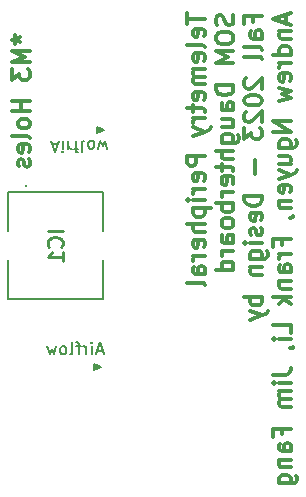
<source format=gbo>
G04 #@! TF.GenerationSoftware,KiCad,Pcbnew,7.0.2*
G04 #@! TF.CreationDate,2023-11-13T13:22:44-06:00*
G04 #@! TF.ProjectId,Telemetry-Peripheral-SOM-Daughterboard-IMU,54656c65-6d65-4747-9279-2d5065726970,rev?*
G04 #@! TF.SameCoordinates,Original*
G04 #@! TF.FileFunction,Legend,Bot*
G04 #@! TF.FilePolarity,Positive*
%FSLAX46Y46*%
G04 Gerber Fmt 4.6, Leading zero omitted, Abs format (unit mm)*
G04 Created by KiCad (PCBNEW 7.0.2) date 2023-11-13 13:22:44*
%MOMM*%
%LPD*%
G01*
G04 APERTURE LIST*
%ADD10C,0.150000*%
%ADD11C,0.300000*%
%ADD12C,0.254000*%
%ADD13C,0.100000*%
%ADD14C,0.200000*%
%ADD15C,1.270000*%
%ADD16C,1.700000*%
%ADD17C,2.000000*%
%ADD18C,3.000000*%
%ADD19R,0.800000X1.800000*%
%ADD20R,0.800000X2.100000*%
%ADD21R,1.550000X2.000000*%
G04 APERTURE END LIST*
D10*
X157125000Y-81250000D02*
X156500000Y-81500000D01*
X156500000Y-81250000D01*
X156500000Y-81000000D01*
X157125000Y-81250000D01*
G36*
X157125000Y-81250000D02*
G01*
X156500000Y-81500000D01*
X156500000Y-81250000D01*
X156500000Y-81000000D01*
X157125000Y-81250000D01*
G37*
X156875000Y-101250000D02*
X156250000Y-101500000D01*
X156250000Y-101250000D01*
X156250000Y-101000000D01*
X156875000Y-101250000D01*
G36*
X156875000Y-101250000D02*
G01*
X156250000Y-101500000D01*
X156250000Y-101250000D01*
X156250000Y-101000000D01*
X156875000Y-101250000D01*
G37*
D11*
X149316428Y-73571428D02*
X149673571Y-73571428D01*
X149530714Y-73214285D02*
X149673571Y-73571428D01*
X149673571Y-73571428D02*
X149530714Y-73928571D01*
X149959285Y-73357142D02*
X149673571Y-73571428D01*
X149673571Y-73571428D02*
X149959285Y-73785714D01*
X150816428Y-74499999D02*
X149316428Y-74499999D01*
X149316428Y-74499999D02*
X150387857Y-74999999D01*
X150387857Y-74999999D02*
X149316428Y-75499999D01*
X149316428Y-75499999D02*
X150816428Y-75499999D01*
X149316428Y-76071428D02*
X149316428Y-77000000D01*
X149316428Y-77000000D02*
X149887857Y-76500000D01*
X149887857Y-76500000D02*
X149887857Y-76714285D01*
X149887857Y-76714285D02*
X149959285Y-76857143D01*
X149959285Y-76857143D02*
X150030714Y-76928571D01*
X150030714Y-76928571D02*
X150173571Y-77000000D01*
X150173571Y-77000000D02*
X150530714Y-77000000D01*
X150530714Y-77000000D02*
X150673571Y-76928571D01*
X150673571Y-76928571D02*
X150745000Y-76857143D01*
X150745000Y-76857143D02*
X150816428Y-76714285D01*
X150816428Y-76714285D02*
X150816428Y-76285714D01*
X150816428Y-76285714D02*
X150745000Y-76142857D01*
X150745000Y-76142857D02*
X150673571Y-76071428D01*
X150816428Y-78785713D02*
X149316428Y-78785713D01*
X150030714Y-78785713D02*
X150030714Y-79642856D01*
X150816428Y-79642856D02*
X149316428Y-79642856D01*
X150816428Y-80571428D02*
X150745000Y-80428571D01*
X150745000Y-80428571D02*
X150673571Y-80357142D01*
X150673571Y-80357142D02*
X150530714Y-80285714D01*
X150530714Y-80285714D02*
X150102142Y-80285714D01*
X150102142Y-80285714D02*
X149959285Y-80357142D01*
X149959285Y-80357142D02*
X149887857Y-80428571D01*
X149887857Y-80428571D02*
X149816428Y-80571428D01*
X149816428Y-80571428D02*
X149816428Y-80785714D01*
X149816428Y-80785714D02*
X149887857Y-80928571D01*
X149887857Y-80928571D02*
X149959285Y-81000000D01*
X149959285Y-81000000D02*
X150102142Y-81071428D01*
X150102142Y-81071428D02*
X150530714Y-81071428D01*
X150530714Y-81071428D02*
X150673571Y-81000000D01*
X150673571Y-81000000D02*
X150745000Y-80928571D01*
X150745000Y-80928571D02*
X150816428Y-80785714D01*
X150816428Y-80785714D02*
X150816428Y-80571428D01*
X150816428Y-81928571D02*
X150745000Y-81785714D01*
X150745000Y-81785714D02*
X150602142Y-81714285D01*
X150602142Y-81714285D02*
X149316428Y-81714285D01*
X150745000Y-83071428D02*
X150816428Y-82928571D01*
X150816428Y-82928571D02*
X150816428Y-82642857D01*
X150816428Y-82642857D02*
X150745000Y-82499999D01*
X150745000Y-82499999D02*
X150602142Y-82428571D01*
X150602142Y-82428571D02*
X150030714Y-82428571D01*
X150030714Y-82428571D02*
X149887857Y-82499999D01*
X149887857Y-82499999D02*
X149816428Y-82642857D01*
X149816428Y-82642857D02*
X149816428Y-82928571D01*
X149816428Y-82928571D02*
X149887857Y-83071428D01*
X149887857Y-83071428D02*
X150030714Y-83142857D01*
X150030714Y-83142857D02*
X150173571Y-83142857D01*
X150173571Y-83142857D02*
X150316428Y-82428571D01*
X150745000Y-83714285D02*
X150816428Y-83857142D01*
X150816428Y-83857142D02*
X150816428Y-84142856D01*
X150816428Y-84142856D02*
X150745000Y-84285713D01*
X150745000Y-84285713D02*
X150602142Y-84357142D01*
X150602142Y-84357142D02*
X150530714Y-84357142D01*
X150530714Y-84357142D02*
X150387857Y-84285713D01*
X150387857Y-84285713D02*
X150316428Y-84142856D01*
X150316428Y-84142856D02*
X150316428Y-83928571D01*
X150316428Y-83928571D02*
X150245000Y-83785713D01*
X150245000Y-83785713D02*
X150102142Y-83714285D01*
X150102142Y-83714285D02*
X150030714Y-83714285D01*
X150030714Y-83714285D02*
X149887857Y-83785713D01*
X149887857Y-83785713D02*
X149816428Y-83928571D01*
X149816428Y-83928571D02*
X149816428Y-84142856D01*
X149816428Y-84142856D02*
X149887857Y-84285713D01*
D10*
X156959523Y-99911904D02*
X156483333Y-99911904D01*
X157054761Y-100197619D02*
X156721428Y-99197619D01*
X156721428Y-99197619D02*
X156388095Y-100197619D01*
X156054761Y-100197619D02*
X156054761Y-99530952D01*
X156054761Y-99197619D02*
X156102380Y-99245238D01*
X156102380Y-99245238D02*
X156054761Y-99292857D01*
X156054761Y-99292857D02*
X156007142Y-99245238D01*
X156007142Y-99245238D02*
X156054761Y-99197619D01*
X156054761Y-99197619D02*
X156054761Y-99292857D01*
X155578571Y-100197619D02*
X155578571Y-99530952D01*
X155578571Y-99721428D02*
X155530952Y-99626190D01*
X155530952Y-99626190D02*
X155483333Y-99578571D01*
X155483333Y-99578571D02*
X155388095Y-99530952D01*
X155388095Y-99530952D02*
X155292857Y-99530952D01*
X155102380Y-99530952D02*
X154721428Y-99530952D01*
X154959523Y-100197619D02*
X154959523Y-99340476D01*
X154959523Y-99340476D02*
X154911904Y-99245238D01*
X154911904Y-99245238D02*
X154816666Y-99197619D01*
X154816666Y-99197619D02*
X154721428Y-99197619D01*
X154245237Y-100197619D02*
X154340475Y-100150000D01*
X154340475Y-100150000D02*
X154388094Y-100054761D01*
X154388094Y-100054761D02*
X154388094Y-99197619D01*
X153721427Y-100197619D02*
X153816665Y-100150000D01*
X153816665Y-100150000D02*
X153864284Y-100102380D01*
X153864284Y-100102380D02*
X153911903Y-100007142D01*
X153911903Y-100007142D02*
X153911903Y-99721428D01*
X153911903Y-99721428D02*
X153864284Y-99626190D01*
X153864284Y-99626190D02*
X153816665Y-99578571D01*
X153816665Y-99578571D02*
X153721427Y-99530952D01*
X153721427Y-99530952D02*
X153578570Y-99530952D01*
X153578570Y-99530952D02*
X153483332Y-99578571D01*
X153483332Y-99578571D02*
X153435713Y-99626190D01*
X153435713Y-99626190D02*
X153388094Y-99721428D01*
X153388094Y-99721428D02*
X153388094Y-100007142D01*
X153388094Y-100007142D02*
X153435713Y-100102380D01*
X153435713Y-100102380D02*
X153483332Y-100150000D01*
X153483332Y-100150000D02*
X153578570Y-100197619D01*
X153578570Y-100197619D02*
X153721427Y-100197619D01*
X153054760Y-99530952D02*
X152864284Y-100197619D01*
X152864284Y-100197619D02*
X152673808Y-99721428D01*
X152673808Y-99721428D02*
X152483332Y-100197619D01*
X152483332Y-100197619D02*
X152292856Y-99530952D01*
D11*
X164116428Y-71352857D02*
X164116428Y-72210000D01*
X165616428Y-71781428D02*
X164116428Y-71781428D01*
X165545000Y-73281428D02*
X165616428Y-73138571D01*
X165616428Y-73138571D02*
X165616428Y-72852857D01*
X165616428Y-72852857D02*
X165545000Y-72709999D01*
X165545000Y-72709999D02*
X165402142Y-72638571D01*
X165402142Y-72638571D02*
X164830714Y-72638571D01*
X164830714Y-72638571D02*
X164687857Y-72709999D01*
X164687857Y-72709999D02*
X164616428Y-72852857D01*
X164616428Y-72852857D02*
X164616428Y-73138571D01*
X164616428Y-73138571D02*
X164687857Y-73281428D01*
X164687857Y-73281428D02*
X164830714Y-73352857D01*
X164830714Y-73352857D02*
X164973571Y-73352857D01*
X164973571Y-73352857D02*
X165116428Y-72638571D01*
X165616428Y-74209999D02*
X165545000Y-74067142D01*
X165545000Y-74067142D02*
X165402142Y-73995713D01*
X165402142Y-73995713D02*
X164116428Y-73995713D01*
X165545000Y-75352856D02*
X165616428Y-75209999D01*
X165616428Y-75209999D02*
X165616428Y-74924285D01*
X165616428Y-74924285D02*
X165545000Y-74781427D01*
X165545000Y-74781427D02*
X165402142Y-74709999D01*
X165402142Y-74709999D02*
X164830714Y-74709999D01*
X164830714Y-74709999D02*
X164687857Y-74781427D01*
X164687857Y-74781427D02*
X164616428Y-74924285D01*
X164616428Y-74924285D02*
X164616428Y-75209999D01*
X164616428Y-75209999D02*
X164687857Y-75352856D01*
X164687857Y-75352856D02*
X164830714Y-75424285D01*
X164830714Y-75424285D02*
X164973571Y-75424285D01*
X164973571Y-75424285D02*
X165116428Y-74709999D01*
X165616428Y-76067141D02*
X164616428Y-76067141D01*
X164759285Y-76067141D02*
X164687857Y-76138570D01*
X164687857Y-76138570D02*
X164616428Y-76281427D01*
X164616428Y-76281427D02*
X164616428Y-76495713D01*
X164616428Y-76495713D02*
X164687857Y-76638570D01*
X164687857Y-76638570D02*
X164830714Y-76709999D01*
X164830714Y-76709999D02*
X165616428Y-76709999D01*
X164830714Y-76709999D02*
X164687857Y-76781427D01*
X164687857Y-76781427D02*
X164616428Y-76924284D01*
X164616428Y-76924284D02*
X164616428Y-77138570D01*
X164616428Y-77138570D02*
X164687857Y-77281427D01*
X164687857Y-77281427D02*
X164830714Y-77352856D01*
X164830714Y-77352856D02*
X165616428Y-77352856D01*
X165545000Y-78638570D02*
X165616428Y-78495713D01*
X165616428Y-78495713D02*
X165616428Y-78209999D01*
X165616428Y-78209999D02*
X165545000Y-78067141D01*
X165545000Y-78067141D02*
X165402142Y-77995713D01*
X165402142Y-77995713D02*
X164830714Y-77995713D01*
X164830714Y-77995713D02*
X164687857Y-78067141D01*
X164687857Y-78067141D02*
X164616428Y-78209999D01*
X164616428Y-78209999D02*
X164616428Y-78495713D01*
X164616428Y-78495713D02*
X164687857Y-78638570D01*
X164687857Y-78638570D02*
X164830714Y-78709999D01*
X164830714Y-78709999D02*
X164973571Y-78709999D01*
X164973571Y-78709999D02*
X165116428Y-77995713D01*
X164616428Y-79138570D02*
X164616428Y-79709998D01*
X164116428Y-79352855D02*
X165402142Y-79352855D01*
X165402142Y-79352855D02*
X165545000Y-79424284D01*
X165545000Y-79424284D02*
X165616428Y-79567141D01*
X165616428Y-79567141D02*
X165616428Y-79709998D01*
X165616428Y-80209998D02*
X164616428Y-80209998D01*
X164902142Y-80209998D02*
X164759285Y-80281427D01*
X164759285Y-80281427D02*
X164687857Y-80352856D01*
X164687857Y-80352856D02*
X164616428Y-80495713D01*
X164616428Y-80495713D02*
X164616428Y-80638570D01*
X164616428Y-80995712D02*
X165616428Y-81352855D01*
X164616428Y-81709998D02*
X165616428Y-81352855D01*
X165616428Y-81352855D02*
X165973571Y-81209998D01*
X165973571Y-81209998D02*
X166045000Y-81138569D01*
X166045000Y-81138569D02*
X166116428Y-80995712D01*
X165616428Y-83424283D02*
X164116428Y-83424283D01*
X164116428Y-83424283D02*
X164116428Y-83995712D01*
X164116428Y-83995712D02*
X164187857Y-84138569D01*
X164187857Y-84138569D02*
X164259285Y-84209998D01*
X164259285Y-84209998D02*
X164402142Y-84281426D01*
X164402142Y-84281426D02*
X164616428Y-84281426D01*
X164616428Y-84281426D02*
X164759285Y-84209998D01*
X164759285Y-84209998D02*
X164830714Y-84138569D01*
X164830714Y-84138569D02*
X164902142Y-83995712D01*
X164902142Y-83995712D02*
X164902142Y-83424283D01*
X165545000Y-85495712D02*
X165616428Y-85352855D01*
X165616428Y-85352855D02*
X165616428Y-85067141D01*
X165616428Y-85067141D02*
X165545000Y-84924283D01*
X165545000Y-84924283D02*
X165402142Y-84852855D01*
X165402142Y-84852855D02*
X164830714Y-84852855D01*
X164830714Y-84852855D02*
X164687857Y-84924283D01*
X164687857Y-84924283D02*
X164616428Y-85067141D01*
X164616428Y-85067141D02*
X164616428Y-85352855D01*
X164616428Y-85352855D02*
X164687857Y-85495712D01*
X164687857Y-85495712D02*
X164830714Y-85567141D01*
X164830714Y-85567141D02*
X164973571Y-85567141D01*
X164973571Y-85567141D02*
X165116428Y-84852855D01*
X165616428Y-86209997D02*
X164616428Y-86209997D01*
X164902142Y-86209997D02*
X164759285Y-86281426D01*
X164759285Y-86281426D02*
X164687857Y-86352855D01*
X164687857Y-86352855D02*
X164616428Y-86495712D01*
X164616428Y-86495712D02*
X164616428Y-86638569D01*
X165616428Y-87138568D02*
X164616428Y-87138568D01*
X164116428Y-87138568D02*
X164187857Y-87067140D01*
X164187857Y-87067140D02*
X164259285Y-87138568D01*
X164259285Y-87138568D02*
X164187857Y-87209997D01*
X164187857Y-87209997D02*
X164116428Y-87138568D01*
X164116428Y-87138568D02*
X164259285Y-87138568D01*
X164616428Y-87852854D02*
X166116428Y-87852854D01*
X164687857Y-87852854D02*
X164616428Y-87995712D01*
X164616428Y-87995712D02*
X164616428Y-88281426D01*
X164616428Y-88281426D02*
X164687857Y-88424283D01*
X164687857Y-88424283D02*
X164759285Y-88495712D01*
X164759285Y-88495712D02*
X164902142Y-88567140D01*
X164902142Y-88567140D02*
X165330714Y-88567140D01*
X165330714Y-88567140D02*
X165473571Y-88495712D01*
X165473571Y-88495712D02*
X165545000Y-88424283D01*
X165545000Y-88424283D02*
X165616428Y-88281426D01*
X165616428Y-88281426D02*
X165616428Y-87995712D01*
X165616428Y-87995712D02*
X165545000Y-87852854D01*
X165616428Y-89209997D02*
X164116428Y-89209997D01*
X165616428Y-89852855D02*
X164830714Y-89852855D01*
X164830714Y-89852855D02*
X164687857Y-89781426D01*
X164687857Y-89781426D02*
X164616428Y-89638569D01*
X164616428Y-89638569D02*
X164616428Y-89424283D01*
X164616428Y-89424283D02*
X164687857Y-89281426D01*
X164687857Y-89281426D02*
X164759285Y-89209997D01*
X165545000Y-91138569D02*
X165616428Y-90995712D01*
X165616428Y-90995712D02*
X165616428Y-90709998D01*
X165616428Y-90709998D02*
X165545000Y-90567140D01*
X165545000Y-90567140D02*
X165402142Y-90495712D01*
X165402142Y-90495712D02*
X164830714Y-90495712D01*
X164830714Y-90495712D02*
X164687857Y-90567140D01*
X164687857Y-90567140D02*
X164616428Y-90709998D01*
X164616428Y-90709998D02*
X164616428Y-90995712D01*
X164616428Y-90995712D02*
X164687857Y-91138569D01*
X164687857Y-91138569D02*
X164830714Y-91209998D01*
X164830714Y-91209998D02*
X164973571Y-91209998D01*
X164973571Y-91209998D02*
X165116428Y-90495712D01*
X165616428Y-91852854D02*
X164616428Y-91852854D01*
X164902142Y-91852854D02*
X164759285Y-91924283D01*
X164759285Y-91924283D02*
X164687857Y-91995712D01*
X164687857Y-91995712D02*
X164616428Y-92138569D01*
X164616428Y-92138569D02*
X164616428Y-92281426D01*
X165616428Y-93424283D02*
X164830714Y-93424283D01*
X164830714Y-93424283D02*
X164687857Y-93352854D01*
X164687857Y-93352854D02*
X164616428Y-93209997D01*
X164616428Y-93209997D02*
X164616428Y-92924283D01*
X164616428Y-92924283D02*
X164687857Y-92781425D01*
X165545000Y-93424283D02*
X165616428Y-93281425D01*
X165616428Y-93281425D02*
X165616428Y-92924283D01*
X165616428Y-92924283D02*
X165545000Y-92781425D01*
X165545000Y-92781425D02*
X165402142Y-92709997D01*
X165402142Y-92709997D02*
X165259285Y-92709997D01*
X165259285Y-92709997D02*
X165116428Y-92781425D01*
X165116428Y-92781425D02*
X165045000Y-92924283D01*
X165045000Y-92924283D02*
X165045000Y-93281425D01*
X165045000Y-93281425D02*
X164973571Y-93424283D01*
X165616428Y-94352854D02*
X165545000Y-94209997D01*
X165545000Y-94209997D02*
X165402142Y-94138568D01*
X165402142Y-94138568D02*
X164116428Y-94138568D01*
X167975000Y-71495714D02*
X168046428Y-71710000D01*
X168046428Y-71710000D02*
X168046428Y-72067142D01*
X168046428Y-72067142D02*
X167975000Y-72210000D01*
X167975000Y-72210000D02*
X167903571Y-72281428D01*
X167903571Y-72281428D02*
X167760714Y-72352857D01*
X167760714Y-72352857D02*
X167617857Y-72352857D01*
X167617857Y-72352857D02*
X167475000Y-72281428D01*
X167475000Y-72281428D02*
X167403571Y-72210000D01*
X167403571Y-72210000D02*
X167332142Y-72067142D01*
X167332142Y-72067142D02*
X167260714Y-71781428D01*
X167260714Y-71781428D02*
X167189285Y-71638571D01*
X167189285Y-71638571D02*
X167117857Y-71567142D01*
X167117857Y-71567142D02*
X166975000Y-71495714D01*
X166975000Y-71495714D02*
X166832142Y-71495714D01*
X166832142Y-71495714D02*
X166689285Y-71567142D01*
X166689285Y-71567142D02*
X166617857Y-71638571D01*
X166617857Y-71638571D02*
X166546428Y-71781428D01*
X166546428Y-71781428D02*
X166546428Y-72138571D01*
X166546428Y-72138571D02*
X166617857Y-72352857D01*
X166546428Y-73281428D02*
X166546428Y-73567142D01*
X166546428Y-73567142D02*
X166617857Y-73709999D01*
X166617857Y-73709999D02*
X166760714Y-73852856D01*
X166760714Y-73852856D02*
X167046428Y-73924285D01*
X167046428Y-73924285D02*
X167546428Y-73924285D01*
X167546428Y-73924285D02*
X167832142Y-73852856D01*
X167832142Y-73852856D02*
X167975000Y-73709999D01*
X167975000Y-73709999D02*
X168046428Y-73567142D01*
X168046428Y-73567142D02*
X168046428Y-73281428D01*
X168046428Y-73281428D02*
X167975000Y-73138571D01*
X167975000Y-73138571D02*
X167832142Y-72995713D01*
X167832142Y-72995713D02*
X167546428Y-72924285D01*
X167546428Y-72924285D02*
X167046428Y-72924285D01*
X167046428Y-72924285D02*
X166760714Y-72995713D01*
X166760714Y-72995713D02*
X166617857Y-73138571D01*
X166617857Y-73138571D02*
X166546428Y-73281428D01*
X168046428Y-74567142D02*
X166546428Y-74567142D01*
X166546428Y-74567142D02*
X167617857Y-75067142D01*
X167617857Y-75067142D02*
X166546428Y-75567142D01*
X166546428Y-75567142D02*
X168046428Y-75567142D01*
X168046428Y-77424285D02*
X166546428Y-77424285D01*
X166546428Y-77424285D02*
X166546428Y-77781428D01*
X166546428Y-77781428D02*
X166617857Y-77995714D01*
X166617857Y-77995714D02*
X166760714Y-78138571D01*
X166760714Y-78138571D02*
X166903571Y-78210000D01*
X166903571Y-78210000D02*
X167189285Y-78281428D01*
X167189285Y-78281428D02*
X167403571Y-78281428D01*
X167403571Y-78281428D02*
X167689285Y-78210000D01*
X167689285Y-78210000D02*
X167832142Y-78138571D01*
X167832142Y-78138571D02*
X167975000Y-77995714D01*
X167975000Y-77995714D02*
X168046428Y-77781428D01*
X168046428Y-77781428D02*
X168046428Y-77424285D01*
X168046428Y-79567143D02*
X167260714Y-79567143D01*
X167260714Y-79567143D02*
X167117857Y-79495714D01*
X167117857Y-79495714D02*
X167046428Y-79352857D01*
X167046428Y-79352857D02*
X167046428Y-79067143D01*
X167046428Y-79067143D02*
X167117857Y-78924285D01*
X167975000Y-79567143D02*
X168046428Y-79424285D01*
X168046428Y-79424285D02*
X168046428Y-79067143D01*
X168046428Y-79067143D02*
X167975000Y-78924285D01*
X167975000Y-78924285D02*
X167832142Y-78852857D01*
X167832142Y-78852857D02*
X167689285Y-78852857D01*
X167689285Y-78852857D02*
X167546428Y-78924285D01*
X167546428Y-78924285D02*
X167475000Y-79067143D01*
X167475000Y-79067143D02*
X167475000Y-79424285D01*
X167475000Y-79424285D02*
X167403571Y-79567143D01*
X167046428Y-80924286D02*
X168046428Y-80924286D01*
X167046428Y-80281428D02*
X167832142Y-80281428D01*
X167832142Y-80281428D02*
X167975000Y-80352857D01*
X167975000Y-80352857D02*
X168046428Y-80495714D01*
X168046428Y-80495714D02*
X168046428Y-80710000D01*
X168046428Y-80710000D02*
X167975000Y-80852857D01*
X167975000Y-80852857D02*
X167903571Y-80924286D01*
X167046428Y-82281429D02*
X168260714Y-82281429D01*
X168260714Y-82281429D02*
X168403571Y-82210000D01*
X168403571Y-82210000D02*
X168475000Y-82138571D01*
X168475000Y-82138571D02*
X168546428Y-81995714D01*
X168546428Y-81995714D02*
X168546428Y-81781429D01*
X168546428Y-81781429D02*
X168475000Y-81638571D01*
X167975000Y-82281429D02*
X168046428Y-82138571D01*
X168046428Y-82138571D02*
X168046428Y-81852857D01*
X168046428Y-81852857D02*
X167975000Y-81710000D01*
X167975000Y-81710000D02*
X167903571Y-81638571D01*
X167903571Y-81638571D02*
X167760714Y-81567143D01*
X167760714Y-81567143D02*
X167332142Y-81567143D01*
X167332142Y-81567143D02*
X167189285Y-81638571D01*
X167189285Y-81638571D02*
X167117857Y-81710000D01*
X167117857Y-81710000D02*
X167046428Y-81852857D01*
X167046428Y-81852857D02*
X167046428Y-82138571D01*
X167046428Y-82138571D02*
X167117857Y-82281429D01*
X168046428Y-82995714D02*
X166546428Y-82995714D01*
X168046428Y-83638572D02*
X167260714Y-83638572D01*
X167260714Y-83638572D02*
X167117857Y-83567143D01*
X167117857Y-83567143D02*
X167046428Y-83424286D01*
X167046428Y-83424286D02*
X167046428Y-83210000D01*
X167046428Y-83210000D02*
X167117857Y-83067143D01*
X167117857Y-83067143D02*
X167189285Y-82995714D01*
X167046428Y-84138572D02*
X167046428Y-84710000D01*
X166546428Y-84352857D02*
X167832142Y-84352857D01*
X167832142Y-84352857D02*
X167975000Y-84424286D01*
X167975000Y-84424286D02*
X168046428Y-84567143D01*
X168046428Y-84567143D02*
X168046428Y-84710000D01*
X167975000Y-85781429D02*
X168046428Y-85638572D01*
X168046428Y-85638572D02*
X168046428Y-85352858D01*
X168046428Y-85352858D02*
X167975000Y-85210000D01*
X167975000Y-85210000D02*
X167832142Y-85138572D01*
X167832142Y-85138572D02*
X167260714Y-85138572D01*
X167260714Y-85138572D02*
X167117857Y-85210000D01*
X167117857Y-85210000D02*
X167046428Y-85352858D01*
X167046428Y-85352858D02*
X167046428Y-85638572D01*
X167046428Y-85638572D02*
X167117857Y-85781429D01*
X167117857Y-85781429D02*
X167260714Y-85852858D01*
X167260714Y-85852858D02*
X167403571Y-85852858D01*
X167403571Y-85852858D02*
X167546428Y-85138572D01*
X168046428Y-86495714D02*
X167046428Y-86495714D01*
X167332142Y-86495714D02*
X167189285Y-86567143D01*
X167189285Y-86567143D02*
X167117857Y-86638572D01*
X167117857Y-86638572D02*
X167046428Y-86781429D01*
X167046428Y-86781429D02*
X167046428Y-86924286D01*
X168046428Y-87424285D02*
X166546428Y-87424285D01*
X167117857Y-87424285D02*
X167046428Y-87567143D01*
X167046428Y-87567143D02*
X167046428Y-87852857D01*
X167046428Y-87852857D02*
X167117857Y-87995714D01*
X167117857Y-87995714D02*
X167189285Y-88067143D01*
X167189285Y-88067143D02*
X167332142Y-88138571D01*
X167332142Y-88138571D02*
X167760714Y-88138571D01*
X167760714Y-88138571D02*
X167903571Y-88067143D01*
X167903571Y-88067143D02*
X167975000Y-87995714D01*
X167975000Y-87995714D02*
X168046428Y-87852857D01*
X168046428Y-87852857D02*
X168046428Y-87567143D01*
X168046428Y-87567143D02*
X167975000Y-87424285D01*
X168046428Y-88995714D02*
X167975000Y-88852857D01*
X167975000Y-88852857D02*
X167903571Y-88781428D01*
X167903571Y-88781428D02*
X167760714Y-88710000D01*
X167760714Y-88710000D02*
X167332142Y-88710000D01*
X167332142Y-88710000D02*
X167189285Y-88781428D01*
X167189285Y-88781428D02*
X167117857Y-88852857D01*
X167117857Y-88852857D02*
X167046428Y-88995714D01*
X167046428Y-88995714D02*
X167046428Y-89210000D01*
X167046428Y-89210000D02*
X167117857Y-89352857D01*
X167117857Y-89352857D02*
X167189285Y-89424286D01*
X167189285Y-89424286D02*
X167332142Y-89495714D01*
X167332142Y-89495714D02*
X167760714Y-89495714D01*
X167760714Y-89495714D02*
X167903571Y-89424286D01*
X167903571Y-89424286D02*
X167975000Y-89352857D01*
X167975000Y-89352857D02*
X168046428Y-89210000D01*
X168046428Y-89210000D02*
X168046428Y-88995714D01*
X168046428Y-90781429D02*
X167260714Y-90781429D01*
X167260714Y-90781429D02*
X167117857Y-90710000D01*
X167117857Y-90710000D02*
X167046428Y-90567143D01*
X167046428Y-90567143D02*
X167046428Y-90281429D01*
X167046428Y-90281429D02*
X167117857Y-90138571D01*
X167975000Y-90781429D02*
X168046428Y-90638571D01*
X168046428Y-90638571D02*
X168046428Y-90281429D01*
X168046428Y-90281429D02*
X167975000Y-90138571D01*
X167975000Y-90138571D02*
X167832142Y-90067143D01*
X167832142Y-90067143D02*
X167689285Y-90067143D01*
X167689285Y-90067143D02*
X167546428Y-90138571D01*
X167546428Y-90138571D02*
X167475000Y-90281429D01*
X167475000Y-90281429D02*
X167475000Y-90638571D01*
X167475000Y-90638571D02*
X167403571Y-90781429D01*
X168046428Y-91495714D02*
X167046428Y-91495714D01*
X167332142Y-91495714D02*
X167189285Y-91567143D01*
X167189285Y-91567143D02*
X167117857Y-91638572D01*
X167117857Y-91638572D02*
X167046428Y-91781429D01*
X167046428Y-91781429D02*
X167046428Y-91924286D01*
X168046428Y-93067143D02*
X166546428Y-93067143D01*
X167975000Y-93067143D02*
X168046428Y-92924285D01*
X168046428Y-92924285D02*
X168046428Y-92638571D01*
X168046428Y-92638571D02*
X167975000Y-92495714D01*
X167975000Y-92495714D02*
X167903571Y-92424285D01*
X167903571Y-92424285D02*
X167760714Y-92352857D01*
X167760714Y-92352857D02*
X167332142Y-92352857D01*
X167332142Y-92352857D02*
X167189285Y-92424285D01*
X167189285Y-92424285D02*
X167117857Y-92495714D01*
X167117857Y-92495714D02*
X167046428Y-92638571D01*
X167046428Y-92638571D02*
X167046428Y-92924285D01*
X167046428Y-92924285D02*
X167117857Y-93067143D01*
X169690714Y-72067142D02*
X169690714Y-71567142D01*
X170476428Y-71567142D02*
X168976428Y-71567142D01*
X168976428Y-71567142D02*
X168976428Y-72281428D01*
X170476428Y-73495714D02*
X169690714Y-73495714D01*
X169690714Y-73495714D02*
X169547857Y-73424285D01*
X169547857Y-73424285D02*
X169476428Y-73281428D01*
X169476428Y-73281428D02*
X169476428Y-72995714D01*
X169476428Y-72995714D02*
X169547857Y-72852856D01*
X170405000Y-73495714D02*
X170476428Y-73352856D01*
X170476428Y-73352856D02*
X170476428Y-72995714D01*
X170476428Y-72995714D02*
X170405000Y-72852856D01*
X170405000Y-72852856D02*
X170262142Y-72781428D01*
X170262142Y-72781428D02*
X170119285Y-72781428D01*
X170119285Y-72781428D02*
X169976428Y-72852856D01*
X169976428Y-72852856D02*
X169905000Y-72995714D01*
X169905000Y-72995714D02*
X169905000Y-73352856D01*
X169905000Y-73352856D02*
X169833571Y-73495714D01*
X170476428Y-74424285D02*
X170405000Y-74281428D01*
X170405000Y-74281428D02*
X170262142Y-74209999D01*
X170262142Y-74209999D02*
X168976428Y-74209999D01*
X170476428Y-75209999D02*
X170405000Y-75067142D01*
X170405000Y-75067142D02*
X170262142Y-74995713D01*
X170262142Y-74995713D02*
X168976428Y-74995713D01*
X169119285Y-76852856D02*
X169047857Y-76924284D01*
X169047857Y-76924284D02*
X168976428Y-77067142D01*
X168976428Y-77067142D02*
X168976428Y-77424284D01*
X168976428Y-77424284D02*
X169047857Y-77567142D01*
X169047857Y-77567142D02*
X169119285Y-77638570D01*
X169119285Y-77638570D02*
X169262142Y-77709999D01*
X169262142Y-77709999D02*
X169405000Y-77709999D01*
X169405000Y-77709999D02*
X169619285Y-77638570D01*
X169619285Y-77638570D02*
X170476428Y-76781427D01*
X170476428Y-76781427D02*
X170476428Y-77709999D01*
X168976428Y-78638570D02*
X168976428Y-78781427D01*
X168976428Y-78781427D02*
X169047857Y-78924284D01*
X169047857Y-78924284D02*
X169119285Y-78995713D01*
X169119285Y-78995713D02*
X169262142Y-79067141D01*
X169262142Y-79067141D02*
X169547857Y-79138570D01*
X169547857Y-79138570D02*
X169905000Y-79138570D01*
X169905000Y-79138570D02*
X170190714Y-79067141D01*
X170190714Y-79067141D02*
X170333571Y-78995713D01*
X170333571Y-78995713D02*
X170405000Y-78924284D01*
X170405000Y-78924284D02*
X170476428Y-78781427D01*
X170476428Y-78781427D02*
X170476428Y-78638570D01*
X170476428Y-78638570D02*
X170405000Y-78495713D01*
X170405000Y-78495713D02*
X170333571Y-78424284D01*
X170333571Y-78424284D02*
X170190714Y-78352855D01*
X170190714Y-78352855D02*
X169905000Y-78281427D01*
X169905000Y-78281427D02*
X169547857Y-78281427D01*
X169547857Y-78281427D02*
X169262142Y-78352855D01*
X169262142Y-78352855D02*
X169119285Y-78424284D01*
X169119285Y-78424284D02*
X169047857Y-78495713D01*
X169047857Y-78495713D02*
X168976428Y-78638570D01*
X169119285Y-79709998D02*
X169047857Y-79781426D01*
X169047857Y-79781426D02*
X168976428Y-79924284D01*
X168976428Y-79924284D02*
X168976428Y-80281426D01*
X168976428Y-80281426D02*
X169047857Y-80424284D01*
X169047857Y-80424284D02*
X169119285Y-80495712D01*
X169119285Y-80495712D02*
X169262142Y-80567141D01*
X169262142Y-80567141D02*
X169405000Y-80567141D01*
X169405000Y-80567141D02*
X169619285Y-80495712D01*
X169619285Y-80495712D02*
X170476428Y-79638569D01*
X170476428Y-79638569D02*
X170476428Y-80567141D01*
X168976428Y-81067140D02*
X168976428Y-81995712D01*
X168976428Y-81995712D02*
X169547857Y-81495712D01*
X169547857Y-81495712D02*
X169547857Y-81709997D01*
X169547857Y-81709997D02*
X169619285Y-81852855D01*
X169619285Y-81852855D02*
X169690714Y-81924283D01*
X169690714Y-81924283D02*
X169833571Y-81995712D01*
X169833571Y-81995712D02*
X170190714Y-81995712D01*
X170190714Y-81995712D02*
X170333571Y-81924283D01*
X170333571Y-81924283D02*
X170405000Y-81852855D01*
X170405000Y-81852855D02*
X170476428Y-81709997D01*
X170476428Y-81709997D02*
X170476428Y-81281426D01*
X170476428Y-81281426D02*
X170405000Y-81138569D01*
X170405000Y-81138569D02*
X170333571Y-81067140D01*
X169905000Y-83781425D02*
X169905000Y-84924283D01*
X170476428Y-86781425D02*
X168976428Y-86781425D01*
X168976428Y-86781425D02*
X168976428Y-87138568D01*
X168976428Y-87138568D02*
X169047857Y-87352854D01*
X169047857Y-87352854D02*
X169190714Y-87495711D01*
X169190714Y-87495711D02*
X169333571Y-87567140D01*
X169333571Y-87567140D02*
X169619285Y-87638568D01*
X169619285Y-87638568D02*
X169833571Y-87638568D01*
X169833571Y-87638568D02*
X170119285Y-87567140D01*
X170119285Y-87567140D02*
X170262142Y-87495711D01*
X170262142Y-87495711D02*
X170405000Y-87352854D01*
X170405000Y-87352854D02*
X170476428Y-87138568D01*
X170476428Y-87138568D02*
X170476428Y-86781425D01*
X170405000Y-88852854D02*
X170476428Y-88709997D01*
X170476428Y-88709997D02*
X170476428Y-88424283D01*
X170476428Y-88424283D02*
X170405000Y-88281425D01*
X170405000Y-88281425D02*
X170262142Y-88209997D01*
X170262142Y-88209997D02*
X169690714Y-88209997D01*
X169690714Y-88209997D02*
X169547857Y-88281425D01*
X169547857Y-88281425D02*
X169476428Y-88424283D01*
X169476428Y-88424283D02*
X169476428Y-88709997D01*
X169476428Y-88709997D02*
X169547857Y-88852854D01*
X169547857Y-88852854D02*
X169690714Y-88924283D01*
X169690714Y-88924283D02*
X169833571Y-88924283D01*
X169833571Y-88924283D02*
X169976428Y-88209997D01*
X170405000Y-89495711D02*
X170476428Y-89638568D01*
X170476428Y-89638568D02*
X170476428Y-89924282D01*
X170476428Y-89924282D02*
X170405000Y-90067139D01*
X170405000Y-90067139D02*
X170262142Y-90138568D01*
X170262142Y-90138568D02*
X170190714Y-90138568D01*
X170190714Y-90138568D02*
X170047857Y-90067139D01*
X170047857Y-90067139D02*
X169976428Y-89924282D01*
X169976428Y-89924282D02*
X169976428Y-89709997D01*
X169976428Y-89709997D02*
X169905000Y-89567139D01*
X169905000Y-89567139D02*
X169762142Y-89495711D01*
X169762142Y-89495711D02*
X169690714Y-89495711D01*
X169690714Y-89495711D02*
X169547857Y-89567139D01*
X169547857Y-89567139D02*
X169476428Y-89709997D01*
X169476428Y-89709997D02*
X169476428Y-89924282D01*
X169476428Y-89924282D02*
X169547857Y-90067139D01*
X170476428Y-90781425D02*
X169476428Y-90781425D01*
X168976428Y-90781425D02*
X169047857Y-90709997D01*
X169047857Y-90709997D02*
X169119285Y-90781425D01*
X169119285Y-90781425D02*
X169047857Y-90852854D01*
X169047857Y-90852854D02*
X168976428Y-90781425D01*
X168976428Y-90781425D02*
X169119285Y-90781425D01*
X169476428Y-92138569D02*
X170690714Y-92138569D01*
X170690714Y-92138569D02*
X170833571Y-92067140D01*
X170833571Y-92067140D02*
X170905000Y-91995711D01*
X170905000Y-91995711D02*
X170976428Y-91852854D01*
X170976428Y-91852854D02*
X170976428Y-91638569D01*
X170976428Y-91638569D02*
X170905000Y-91495711D01*
X170405000Y-92138569D02*
X170476428Y-91995711D01*
X170476428Y-91995711D02*
X170476428Y-91709997D01*
X170476428Y-91709997D02*
X170405000Y-91567140D01*
X170405000Y-91567140D02*
X170333571Y-91495711D01*
X170333571Y-91495711D02*
X170190714Y-91424283D01*
X170190714Y-91424283D02*
X169762142Y-91424283D01*
X169762142Y-91424283D02*
X169619285Y-91495711D01*
X169619285Y-91495711D02*
X169547857Y-91567140D01*
X169547857Y-91567140D02*
X169476428Y-91709997D01*
X169476428Y-91709997D02*
X169476428Y-91995711D01*
X169476428Y-91995711D02*
X169547857Y-92138569D01*
X169476428Y-92852854D02*
X170476428Y-92852854D01*
X169619285Y-92852854D02*
X169547857Y-92924283D01*
X169547857Y-92924283D02*
X169476428Y-93067140D01*
X169476428Y-93067140D02*
X169476428Y-93281426D01*
X169476428Y-93281426D02*
X169547857Y-93424283D01*
X169547857Y-93424283D02*
X169690714Y-93495712D01*
X169690714Y-93495712D02*
X170476428Y-93495712D01*
X170476428Y-95352854D02*
X168976428Y-95352854D01*
X169547857Y-95352854D02*
X169476428Y-95495712D01*
X169476428Y-95495712D02*
X169476428Y-95781426D01*
X169476428Y-95781426D02*
X169547857Y-95924283D01*
X169547857Y-95924283D02*
X169619285Y-95995712D01*
X169619285Y-95995712D02*
X169762142Y-96067140D01*
X169762142Y-96067140D02*
X170190714Y-96067140D01*
X170190714Y-96067140D02*
X170333571Y-95995712D01*
X170333571Y-95995712D02*
X170405000Y-95924283D01*
X170405000Y-95924283D02*
X170476428Y-95781426D01*
X170476428Y-95781426D02*
X170476428Y-95495712D01*
X170476428Y-95495712D02*
X170405000Y-95352854D01*
X169476428Y-96567140D02*
X170476428Y-96924283D01*
X169476428Y-97281426D02*
X170476428Y-96924283D01*
X170476428Y-96924283D02*
X170833571Y-96781426D01*
X170833571Y-96781426D02*
X170905000Y-96709997D01*
X170905000Y-96709997D02*
X170976428Y-96567140D01*
X172477857Y-71495714D02*
X172477857Y-72210000D01*
X172906428Y-71352857D02*
X171406428Y-71852857D01*
X171406428Y-71852857D02*
X172906428Y-72352857D01*
X171906428Y-72852856D02*
X172906428Y-72852856D01*
X172049285Y-72852856D02*
X171977857Y-72924285D01*
X171977857Y-72924285D02*
X171906428Y-73067142D01*
X171906428Y-73067142D02*
X171906428Y-73281428D01*
X171906428Y-73281428D02*
X171977857Y-73424285D01*
X171977857Y-73424285D02*
X172120714Y-73495714D01*
X172120714Y-73495714D02*
X172906428Y-73495714D01*
X172906428Y-74852857D02*
X171406428Y-74852857D01*
X172835000Y-74852857D02*
X172906428Y-74709999D01*
X172906428Y-74709999D02*
X172906428Y-74424285D01*
X172906428Y-74424285D02*
X172835000Y-74281428D01*
X172835000Y-74281428D02*
X172763571Y-74209999D01*
X172763571Y-74209999D02*
X172620714Y-74138571D01*
X172620714Y-74138571D02*
X172192142Y-74138571D01*
X172192142Y-74138571D02*
X172049285Y-74209999D01*
X172049285Y-74209999D02*
X171977857Y-74281428D01*
X171977857Y-74281428D02*
X171906428Y-74424285D01*
X171906428Y-74424285D02*
X171906428Y-74709999D01*
X171906428Y-74709999D02*
X171977857Y-74852857D01*
X172906428Y-75567142D02*
X171906428Y-75567142D01*
X172192142Y-75567142D02*
X172049285Y-75638571D01*
X172049285Y-75638571D02*
X171977857Y-75710000D01*
X171977857Y-75710000D02*
X171906428Y-75852857D01*
X171906428Y-75852857D02*
X171906428Y-75995714D01*
X172835000Y-77067142D02*
X172906428Y-76924285D01*
X172906428Y-76924285D02*
X172906428Y-76638571D01*
X172906428Y-76638571D02*
X172835000Y-76495713D01*
X172835000Y-76495713D02*
X172692142Y-76424285D01*
X172692142Y-76424285D02*
X172120714Y-76424285D01*
X172120714Y-76424285D02*
X171977857Y-76495713D01*
X171977857Y-76495713D02*
X171906428Y-76638571D01*
X171906428Y-76638571D02*
X171906428Y-76924285D01*
X171906428Y-76924285D02*
X171977857Y-77067142D01*
X171977857Y-77067142D02*
X172120714Y-77138571D01*
X172120714Y-77138571D02*
X172263571Y-77138571D01*
X172263571Y-77138571D02*
X172406428Y-76424285D01*
X171906428Y-77638570D02*
X172906428Y-77924285D01*
X172906428Y-77924285D02*
X172192142Y-78209999D01*
X172192142Y-78209999D02*
X172906428Y-78495713D01*
X172906428Y-78495713D02*
X171906428Y-78781427D01*
X172906428Y-80495713D02*
X171406428Y-80495713D01*
X171406428Y-80495713D02*
X172906428Y-81352856D01*
X172906428Y-81352856D02*
X171406428Y-81352856D01*
X171906428Y-82710000D02*
X173120714Y-82710000D01*
X173120714Y-82710000D02*
X173263571Y-82638571D01*
X173263571Y-82638571D02*
X173335000Y-82567142D01*
X173335000Y-82567142D02*
X173406428Y-82424285D01*
X173406428Y-82424285D02*
X173406428Y-82210000D01*
X173406428Y-82210000D02*
X173335000Y-82067142D01*
X172835000Y-82710000D02*
X172906428Y-82567142D01*
X172906428Y-82567142D02*
X172906428Y-82281428D01*
X172906428Y-82281428D02*
X172835000Y-82138571D01*
X172835000Y-82138571D02*
X172763571Y-82067142D01*
X172763571Y-82067142D02*
X172620714Y-81995714D01*
X172620714Y-81995714D02*
X172192142Y-81995714D01*
X172192142Y-81995714D02*
X172049285Y-82067142D01*
X172049285Y-82067142D02*
X171977857Y-82138571D01*
X171977857Y-82138571D02*
X171906428Y-82281428D01*
X171906428Y-82281428D02*
X171906428Y-82567142D01*
X171906428Y-82567142D02*
X171977857Y-82710000D01*
X171906428Y-84067143D02*
X172906428Y-84067143D01*
X171906428Y-83424285D02*
X172692142Y-83424285D01*
X172692142Y-83424285D02*
X172835000Y-83495714D01*
X172835000Y-83495714D02*
X172906428Y-83638571D01*
X172906428Y-83638571D02*
X172906428Y-83852857D01*
X172906428Y-83852857D02*
X172835000Y-83995714D01*
X172835000Y-83995714D02*
X172763571Y-84067143D01*
X171906428Y-84638571D02*
X172906428Y-84995714D01*
X171906428Y-85352857D02*
X172906428Y-84995714D01*
X172906428Y-84995714D02*
X173263571Y-84852857D01*
X173263571Y-84852857D02*
X173335000Y-84781428D01*
X173335000Y-84781428D02*
X173406428Y-84638571D01*
X172835000Y-86495714D02*
X172906428Y-86352857D01*
X172906428Y-86352857D02*
X172906428Y-86067143D01*
X172906428Y-86067143D02*
X172835000Y-85924285D01*
X172835000Y-85924285D02*
X172692142Y-85852857D01*
X172692142Y-85852857D02*
X172120714Y-85852857D01*
X172120714Y-85852857D02*
X171977857Y-85924285D01*
X171977857Y-85924285D02*
X171906428Y-86067143D01*
X171906428Y-86067143D02*
X171906428Y-86352857D01*
X171906428Y-86352857D02*
X171977857Y-86495714D01*
X171977857Y-86495714D02*
X172120714Y-86567143D01*
X172120714Y-86567143D02*
X172263571Y-86567143D01*
X172263571Y-86567143D02*
X172406428Y-85852857D01*
X171906428Y-87209999D02*
X172906428Y-87209999D01*
X172049285Y-87209999D02*
X171977857Y-87281428D01*
X171977857Y-87281428D02*
X171906428Y-87424285D01*
X171906428Y-87424285D02*
X171906428Y-87638571D01*
X171906428Y-87638571D02*
X171977857Y-87781428D01*
X171977857Y-87781428D02*
X172120714Y-87852857D01*
X172120714Y-87852857D02*
X172906428Y-87852857D01*
X172835000Y-88638571D02*
X172906428Y-88638571D01*
X172906428Y-88638571D02*
X173049285Y-88567142D01*
X173049285Y-88567142D02*
X173120714Y-88495714D01*
X172120714Y-90924285D02*
X172120714Y-90424285D01*
X172906428Y-90424285D02*
X171406428Y-90424285D01*
X171406428Y-90424285D02*
X171406428Y-91138571D01*
X172906428Y-91709999D02*
X171906428Y-91709999D01*
X172192142Y-91709999D02*
X172049285Y-91781428D01*
X172049285Y-91781428D02*
X171977857Y-91852857D01*
X171977857Y-91852857D02*
X171906428Y-91995714D01*
X171906428Y-91995714D02*
X171906428Y-92138571D01*
X172906428Y-93281428D02*
X172120714Y-93281428D01*
X172120714Y-93281428D02*
X171977857Y-93209999D01*
X171977857Y-93209999D02*
X171906428Y-93067142D01*
X171906428Y-93067142D02*
X171906428Y-92781428D01*
X171906428Y-92781428D02*
X171977857Y-92638570D01*
X172835000Y-93281428D02*
X172906428Y-93138570D01*
X172906428Y-93138570D02*
X172906428Y-92781428D01*
X172906428Y-92781428D02*
X172835000Y-92638570D01*
X172835000Y-92638570D02*
X172692142Y-92567142D01*
X172692142Y-92567142D02*
X172549285Y-92567142D01*
X172549285Y-92567142D02*
X172406428Y-92638570D01*
X172406428Y-92638570D02*
X172335000Y-92781428D01*
X172335000Y-92781428D02*
X172335000Y-93138570D01*
X172335000Y-93138570D02*
X172263571Y-93281428D01*
X171906428Y-93995713D02*
X172906428Y-93995713D01*
X172049285Y-93995713D02*
X171977857Y-94067142D01*
X171977857Y-94067142D02*
X171906428Y-94209999D01*
X171906428Y-94209999D02*
X171906428Y-94424285D01*
X171906428Y-94424285D02*
X171977857Y-94567142D01*
X171977857Y-94567142D02*
X172120714Y-94638571D01*
X172120714Y-94638571D02*
X172906428Y-94638571D01*
X172906428Y-95352856D02*
X171406428Y-95352856D01*
X172335000Y-95495714D02*
X172906428Y-95924285D01*
X171906428Y-95924285D02*
X172477857Y-95352856D01*
X172906428Y-98424285D02*
X172906428Y-97709999D01*
X172906428Y-97709999D02*
X171406428Y-97709999D01*
X172906428Y-98924285D02*
X171906428Y-98924285D01*
X171406428Y-98924285D02*
X171477857Y-98852857D01*
X171477857Y-98852857D02*
X171549285Y-98924285D01*
X171549285Y-98924285D02*
X171477857Y-98995714D01*
X171477857Y-98995714D02*
X171406428Y-98924285D01*
X171406428Y-98924285D02*
X171549285Y-98924285D01*
X172835000Y-99710000D02*
X172906428Y-99710000D01*
X172906428Y-99710000D02*
X173049285Y-99638571D01*
X173049285Y-99638571D02*
X173120714Y-99567143D01*
X171406428Y-101924286D02*
X172477857Y-101924286D01*
X172477857Y-101924286D02*
X172692142Y-101852857D01*
X172692142Y-101852857D02*
X172835000Y-101710000D01*
X172835000Y-101710000D02*
X172906428Y-101495714D01*
X172906428Y-101495714D02*
X172906428Y-101352857D01*
X172906428Y-102638571D02*
X171906428Y-102638571D01*
X171406428Y-102638571D02*
X171477857Y-102567143D01*
X171477857Y-102567143D02*
X171549285Y-102638571D01*
X171549285Y-102638571D02*
X171477857Y-102710000D01*
X171477857Y-102710000D02*
X171406428Y-102638571D01*
X171406428Y-102638571D02*
X171549285Y-102638571D01*
X172906428Y-103352857D02*
X171906428Y-103352857D01*
X172049285Y-103352857D02*
X171977857Y-103424286D01*
X171977857Y-103424286D02*
X171906428Y-103567143D01*
X171906428Y-103567143D02*
X171906428Y-103781429D01*
X171906428Y-103781429D02*
X171977857Y-103924286D01*
X171977857Y-103924286D02*
X172120714Y-103995715D01*
X172120714Y-103995715D02*
X172906428Y-103995715D01*
X172120714Y-103995715D02*
X171977857Y-104067143D01*
X171977857Y-104067143D02*
X171906428Y-104210000D01*
X171906428Y-104210000D02*
X171906428Y-104424286D01*
X171906428Y-104424286D02*
X171977857Y-104567143D01*
X171977857Y-104567143D02*
X172120714Y-104638572D01*
X172120714Y-104638572D02*
X172906428Y-104638572D01*
X172120714Y-106995714D02*
X172120714Y-106495714D01*
X172906428Y-106495714D02*
X171406428Y-106495714D01*
X171406428Y-106495714D02*
X171406428Y-107210000D01*
X172906428Y-108424286D02*
X172120714Y-108424286D01*
X172120714Y-108424286D02*
X171977857Y-108352857D01*
X171977857Y-108352857D02*
X171906428Y-108210000D01*
X171906428Y-108210000D02*
X171906428Y-107924286D01*
X171906428Y-107924286D02*
X171977857Y-107781428D01*
X172835000Y-108424286D02*
X172906428Y-108281428D01*
X172906428Y-108281428D02*
X172906428Y-107924286D01*
X172906428Y-107924286D02*
X172835000Y-107781428D01*
X172835000Y-107781428D02*
X172692142Y-107710000D01*
X172692142Y-107710000D02*
X172549285Y-107710000D01*
X172549285Y-107710000D02*
X172406428Y-107781428D01*
X172406428Y-107781428D02*
X172335000Y-107924286D01*
X172335000Y-107924286D02*
X172335000Y-108281428D01*
X172335000Y-108281428D02*
X172263571Y-108424286D01*
X171906428Y-109138571D02*
X172906428Y-109138571D01*
X172049285Y-109138571D02*
X171977857Y-109210000D01*
X171977857Y-109210000D02*
X171906428Y-109352857D01*
X171906428Y-109352857D02*
X171906428Y-109567143D01*
X171906428Y-109567143D02*
X171977857Y-109710000D01*
X171977857Y-109710000D02*
X172120714Y-109781429D01*
X172120714Y-109781429D02*
X172906428Y-109781429D01*
X171906428Y-111138572D02*
X173120714Y-111138572D01*
X173120714Y-111138572D02*
X173263571Y-111067143D01*
X173263571Y-111067143D02*
X173335000Y-110995714D01*
X173335000Y-110995714D02*
X173406428Y-110852857D01*
X173406428Y-110852857D02*
X173406428Y-110638572D01*
X173406428Y-110638572D02*
X173335000Y-110495714D01*
X172835000Y-111138572D02*
X172906428Y-110995714D01*
X172906428Y-110995714D02*
X172906428Y-110710000D01*
X172906428Y-110710000D02*
X172835000Y-110567143D01*
X172835000Y-110567143D02*
X172763571Y-110495714D01*
X172763571Y-110495714D02*
X172620714Y-110424286D01*
X172620714Y-110424286D02*
X172192142Y-110424286D01*
X172192142Y-110424286D02*
X172049285Y-110495714D01*
X172049285Y-110495714D02*
X171977857Y-110567143D01*
X171977857Y-110567143D02*
X171906428Y-110710000D01*
X171906428Y-110710000D02*
X171906428Y-110995714D01*
X171906428Y-110995714D02*
X171977857Y-111138572D01*
D10*
X152690476Y-82408095D02*
X153166666Y-82408095D01*
X152595238Y-82122380D02*
X152928571Y-83122380D01*
X152928571Y-83122380D02*
X153261904Y-82122380D01*
X153595238Y-82122380D02*
X153595238Y-82789047D01*
X153595238Y-83122380D02*
X153547619Y-83074761D01*
X153547619Y-83074761D02*
X153595238Y-83027142D01*
X153595238Y-83027142D02*
X153642857Y-83074761D01*
X153642857Y-83074761D02*
X153595238Y-83122380D01*
X153595238Y-83122380D02*
X153595238Y-83027142D01*
X154071428Y-82122380D02*
X154071428Y-82789047D01*
X154071428Y-82598571D02*
X154119047Y-82693809D01*
X154119047Y-82693809D02*
X154166666Y-82741428D01*
X154166666Y-82741428D02*
X154261904Y-82789047D01*
X154261904Y-82789047D02*
X154357142Y-82789047D01*
X154547619Y-82789047D02*
X154928571Y-82789047D01*
X154690476Y-82122380D02*
X154690476Y-82979523D01*
X154690476Y-82979523D02*
X154738095Y-83074761D01*
X154738095Y-83074761D02*
X154833333Y-83122380D01*
X154833333Y-83122380D02*
X154928571Y-83122380D01*
X155404762Y-82122380D02*
X155309524Y-82170000D01*
X155309524Y-82170000D02*
X155261905Y-82265238D01*
X155261905Y-82265238D02*
X155261905Y-83122380D01*
X155928572Y-82122380D02*
X155833334Y-82170000D01*
X155833334Y-82170000D02*
X155785715Y-82217619D01*
X155785715Y-82217619D02*
X155738096Y-82312857D01*
X155738096Y-82312857D02*
X155738096Y-82598571D01*
X155738096Y-82598571D02*
X155785715Y-82693809D01*
X155785715Y-82693809D02*
X155833334Y-82741428D01*
X155833334Y-82741428D02*
X155928572Y-82789047D01*
X155928572Y-82789047D02*
X156071429Y-82789047D01*
X156071429Y-82789047D02*
X156166667Y-82741428D01*
X156166667Y-82741428D02*
X156214286Y-82693809D01*
X156214286Y-82693809D02*
X156261905Y-82598571D01*
X156261905Y-82598571D02*
X156261905Y-82312857D01*
X156261905Y-82312857D02*
X156214286Y-82217619D01*
X156214286Y-82217619D02*
X156166667Y-82170000D01*
X156166667Y-82170000D02*
X156071429Y-82122380D01*
X156071429Y-82122380D02*
X155928572Y-82122380D01*
X156595239Y-82789047D02*
X156785715Y-82122380D01*
X156785715Y-82122380D02*
X156976191Y-82598571D01*
X156976191Y-82598571D02*
X157166667Y-82122380D01*
X157166667Y-82122380D02*
X157357143Y-82789047D01*
D12*
X153587526Y-89760237D02*
X152317526Y-89760237D01*
X153466573Y-91090714D02*
X153527050Y-91030238D01*
X153527050Y-91030238D02*
X153587526Y-90848809D01*
X153587526Y-90848809D02*
X153587526Y-90727857D01*
X153587526Y-90727857D02*
X153527050Y-90546428D01*
X153527050Y-90546428D02*
X153406097Y-90425476D01*
X153406097Y-90425476D02*
X153285145Y-90364999D01*
X153285145Y-90364999D02*
X153043240Y-90304523D01*
X153043240Y-90304523D02*
X152861811Y-90304523D01*
X152861811Y-90304523D02*
X152619907Y-90364999D01*
X152619907Y-90364999D02*
X152498954Y-90425476D01*
X152498954Y-90425476D02*
X152378002Y-90546428D01*
X152378002Y-90546428D02*
X152317526Y-90727857D01*
X152317526Y-90727857D02*
X152317526Y-90848809D01*
X152317526Y-90848809D02*
X152378002Y-91030238D01*
X152378002Y-91030238D02*
X152438478Y-91090714D01*
X153587526Y-92300238D02*
X153587526Y-91574523D01*
X153587526Y-91937380D02*
X152317526Y-91937380D01*
X152317526Y-91937380D02*
X152498954Y-91816428D01*
X152498954Y-91816428D02*
X152619907Y-91695476D01*
X152619907Y-91695476D02*
X152680383Y-91574523D01*
D13*
X150460000Y-85900000D02*
X150460000Y-85900000D01*
X150460000Y-86000000D02*
X150460000Y-86000000D01*
D14*
X157000000Y-86500000D02*
X157000000Y-89800000D01*
X149000000Y-86500000D02*
X157000000Y-86500000D01*
X149000000Y-89800000D02*
X149000000Y-86500000D01*
X157000000Y-92200000D02*
X157000000Y-95500000D01*
X157000000Y-95500000D02*
X149000000Y-95500000D01*
X149000000Y-95500000D02*
X149000000Y-92200000D01*
D13*
X150460000Y-86000000D02*
G75*
G03*
X150460000Y-85900000I0J50000D01*
G01*
X150460000Y-85900000D02*
G75*
G03*
X150460000Y-86000000I0J-50000D01*
G01*
%LPC*%
D15*
X182960000Y-85000000D03*
X182960000Y-97000000D03*
D16*
X181000000Y-88000000D03*
X181000000Y-91000000D03*
X181000000Y-94000000D03*
D15*
X182960000Y-69000000D03*
X182960000Y-81000000D03*
D16*
X181000000Y-72000000D03*
X181000000Y-75000000D03*
X181000000Y-78000000D03*
D17*
X157000000Y-117500000D03*
X171000000Y-117500000D03*
X167500000Y-117500000D03*
D18*
X150000000Y-112000000D03*
D17*
X160500000Y-117500000D03*
D18*
X150000000Y-70000000D03*
D15*
X182960000Y-101000000D03*
X182960000Y-113000000D03*
D16*
X181000000Y-104000000D03*
X181000000Y-107000000D03*
X181000000Y-110000000D03*
D17*
X164000000Y-117500000D03*
D19*
X150460000Y-87800000D03*
X151730000Y-87800000D03*
D20*
X153000000Y-87950000D03*
D19*
X154270000Y-87800000D03*
X155540000Y-87800000D03*
X155540000Y-94200000D03*
X154270000Y-94200000D03*
X153000000Y-94200000D03*
X151730000Y-94200000D03*
X150460000Y-94200000D03*
D21*
X149775000Y-91000000D03*
X156225000Y-91000000D03*
%LPD*%
M02*

</source>
